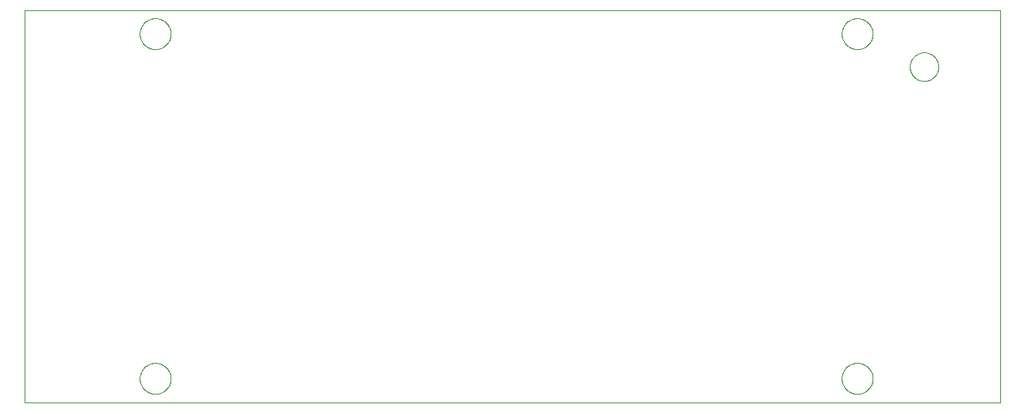
<source format=gko>
G75*
%MOIN*%
%OFA0B0*%
%FSLAX25Y25*%
%IPPOS*%
%LPD*%
%AMOC8*
5,1,8,0,0,1.08239X$1,22.5*
%
%ADD10C,0.00000*%
D10*
X0001000Y0002250D02*
X0001000Y0167250D01*
X0411000Y0167250D01*
X0411000Y0002250D01*
X0001000Y0002250D01*
X0049500Y0012250D02*
X0049502Y0012411D01*
X0049508Y0012571D01*
X0049518Y0012732D01*
X0049532Y0012892D01*
X0049550Y0013052D01*
X0049571Y0013211D01*
X0049597Y0013370D01*
X0049627Y0013528D01*
X0049660Y0013685D01*
X0049698Y0013842D01*
X0049739Y0013997D01*
X0049784Y0014151D01*
X0049833Y0014304D01*
X0049886Y0014456D01*
X0049942Y0014607D01*
X0050003Y0014756D01*
X0050066Y0014904D01*
X0050134Y0015050D01*
X0050205Y0015194D01*
X0050279Y0015336D01*
X0050357Y0015477D01*
X0050439Y0015615D01*
X0050524Y0015752D01*
X0050612Y0015886D01*
X0050704Y0016018D01*
X0050799Y0016148D01*
X0050897Y0016276D01*
X0050998Y0016401D01*
X0051102Y0016523D01*
X0051209Y0016643D01*
X0051319Y0016760D01*
X0051432Y0016875D01*
X0051548Y0016986D01*
X0051667Y0017095D01*
X0051788Y0017200D01*
X0051912Y0017303D01*
X0052038Y0017403D01*
X0052166Y0017499D01*
X0052297Y0017592D01*
X0052431Y0017682D01*
X0052566Y0017769D01*
X0052704Y0017852D01*
X0052843Y0017932D01*
X0052985Y0018008D01*
X0053128Y0018081D01*
X0053273Y0018150D01*
X0053420Y0018216D01*
X0053568Y0018278D01*
X0053718Y0018336D01*
X0053869Y0018391D01*
X0054022Y0018442D01*
X0054176Y0018489D01*
X0054331Y0018532D01*
X0054487Y0018571D01*
X0054643Y0018607D01*
X0054801Y0018638D01*
X0054959Y0018666D01*
X0055118Y0018690D01*
X0055278Y0018710D01*
X0055438Y0018726D01*
X0055598Y0018738D01*
X0055759Y0018746D01*
X0055920Y0018750D01*
X0056080Y0018750D01*
X0056241Y0018746D01*
X0056402Y0018738D01*
X0056562Y0018726D01*
X0056722Y0018710D01*
X0056882Y0018690D01*
X0057041Y0018666D01*
X0057199Y0018638D01*
X0057357Y0018607D01*
X0057513Y0018571D01*
X0057669Y0018532D01*
X0057824Y0018489D01*
X0057978Y0018442D01*
X0058131Y0018391D01*
X0058282Y0018336D01*
X0058432Y0018278D01*
X0058580Y0018216D01*
X0058727Y0018150D01*
X0058872Y0018081D01*
X0059015Y0018008D01*
X0059157Y0017932D01*
X0059296Y0017852D01*
X0059434Y0017769D01*
X0059569Y0017682D01*
X0059703Y0017592D01*
X0059834Y0017499D01*
X0059962Y0017403D01*
X0060088Y0017303D01*
X0060212Y0017200D01*
X0060333Y0017095D01*
X0060452Y0016986D01*
X0060568Y0016875D01*
X0060681Y0016760D01*
X0060791Y0016643D01*
X0060898Y0016523D01*
X0061002Y0016401D01*
X0061103Y0016276D01*
X0061201Y0016148D01*
X0061296Y0016018D01*
X0061388Y0015886D01*
X0061476Y0015752D01*
X0061561Y0015615D01*
X0061643Y0015477D01*
X0061721Y0015336D01*
X0061795Y0015194D01*
X0061866Y0015050D01*
X0061934Y0014904D01*
X0061997Y0014756D01*
X0062058Y0014607D01*
X0062114Y0014456D01*
X0062167Y0014304D01*
X0062216Y0014151D01*
X0062261Y0013997D01*
X0062302Y0013842D01*
X0062340Y0013685D01*
X0062373Y0013528D01*
X0062403Y0013370D01*
X0062429Y0013211D01*
X0062450Y0013052D01*
X0062468Y0012892D01*
X0062482Y0012732D01*
X0062492Y0012571D01*
X0062498Y0012411D01*
X0062500Y0012250D01*
X0062498Y0012089D01*
X0062492Y0011929D01*
X0062482Y0011768D01*
X0062468Y0011608D01*
X0062450Y0011448D01*
X0062429Y0011289D01*
X0062403Y0011130D01*
X0062373Y0010972D01*
X0062340Y0010815D01*
X0062302Y0010658D01*
X0062261Y0010503D01*
X0062216Y0010349D01*
X0062167Y0010196D01*
X0062114Y0010044D01*
X0062058Y0009893D01*
X0061997Y0009744D01*
X0061934Y0009596D01*
X0061866Y0009450D01*
X0061795Y0009306D01*
X0061721Y0009164D01*
X0061643Y0009023D01*
X0061561Y0008885D01*
X0061476Y0008748D01*
X0061388Y0008614D01*
X0061296Y0008482D01*
X0061201Y0008352D01*
X0061103Y0008224D01*
X0061002Y0008099D01*
X0060898Y0007977D01*
X0060791Y0007857D01*
X0060681Y0007740D01*
X0060568Y0007625D01*
X0060452Y0007514D01*
X0060333Y0007405D01*
X0060212Y0007300D01*
X0060088Y0007197D01*
X0059962Y0007097D01*
X0059834Y0007001D01*
X0059703Y0006908D01*
X0059569Y0006818D01*
X0059434Y0006731D01*
X0059296Y0006648D01*
X0059157Y0006568D01*
X0059015Y0006492D01*
X0058872Y0006419D01*
X0058727Y0006350D01*
X0058580Y0006284D01*
X0058432Y0006222D01*
X0058282Y0006164D01*
X0058131Y0006109D01*
X0057978Y0006058D01*
X0057824Y0006011D01*
X0057669Y0005968D01*
X0057513Y0005929D01*
X0057357Y0005893D01*
X0057199Y0005862D01*
X0057041Y0005834D01*
X0056882Y0005810D01*
X0056722Y0005790D01*
X0056562Y0005774D01*
X0056402Y0005762D01*
X0056241Y0005754D01*
X0056080Y0005750D01*
X0055920Y0005750D01*
X0055759Y0005754D01*
X0055598Y0005762D01*
X0055438Y0005774D01*
X0055278Y0005790D01*
X0055118Y0005810D01*
X0054959Y0005834D01*
X0054801Y0005862D01*
X0054643Y0005893D01*
X0054487Y0005929D01*
X0054331Y0005968D01*
X0054176Y0006011D01*
X0054022Y0006058D01*
X0053869Y0006109D01*
X0053718Y0006164D01*
X0053568Y0006222D01*
X0053420Y0006284D01*
X0053273Y0006350D01*
X0053128Y0006419D01*
X0052985Y0006492D01*
X0052843Y0006568D01*
X0052704Y0006648D01*
X0052566Y0006731D01*
X0052431Y0006818D01*
X0052297Y0006908D01*
X0052166Y0007001D01*
X0052038Y0007097D01*
X0051912Y0007197D01*
X0051788Y0007300D01*
X0051667Y0007405D01*
X0051548Y0007514D01*
X0051432Y0007625D01*
X0051319Y0007740D01*
X0051209Y0007857D01*
X0051102Y0007977D01*
X0050998Y0008099D01*
X0050897Y0008224D01*
X0050799Y0008352D01*
X0050704Y0008482D01*
X0050612Y0008614D01*
X0050524Y0008748D01*
X0050439Y0008885D01*
X0050357Y0009023D01*
X0050279Y0009164D01*
X0050205Y0009306D01*
X0050134Y0009450D01*
X0050066Y0009596D01*
X0050003Y0009744D01*
X0049942Y0009893D01*
X0049886Y0010044D01*
X0049833Y0010196D01*
X0049784Y0010349D01*
X0049739Y0010503D01*
X0049698Y0010658D01*
X0049660Y0010815D01*
X0049627Y0010972D01*
X0049597Y0011130D01*
X0049571Y0011289D01*
X0049550Y0011448D01*
X0049532Y0011608D01*
X0049518Y0011768D01*
X0049508Y0011929D01*
X0049502Y0012089D01*
X0049500Y0012250D01*
X0344500Y0012250D02*
X0344502Y0012411D01*
X0344508Y0012571D01*
X0344518Y0012732D01*
X0344532Y0012892D01*
X0344550Y0013052D01*
X0344571Y0013211D01*
X0344597Y0013370D01*
X0344627Y0013528D01*
X0344660Y0013685D01*
X0344698Y0013842D01*
X0344739Y0013997D01*
X0344784Y0014151D01*
X0344833Y0014304D01*
X0344886Y0014456D01*
X0344942Y0014607D01*
X0345003Y0014756D01*
X0345066Y0014904D01*
X0345134Y0015050D01*
X0345205Y0015194D01*
X0345279Y0015336D01*
X0345357Y0015477D01*
X0345439Y0015615D01*
X0345524Y0015752D01*
X0345612Y0015886D01*
X0345704Y0016018D01*
X0345799Y0016148D01*
X0345897Y0016276D01*
X0345998Y0016401D01*
X0346102Y0016523D01*
X0346209Y0016643D01*
X0346319Y0016760D01*
X0346432Y0016875D01*
X0346548Y0016986D01*
X0346667Y0017095D01*
X0346788Y0017200D01*
X0346912Y0017303D01*
X0347038Y0017403D01*
X0347166Y0017499D01*
X0347297Y0017592D01*
X0347431Y0017682D01*
X0347566Y0017769D01*
X0347704Y0017852D01*
X0347843Y0017932D01*
X0347985Y0018008D01*
X0348128Y0018081D01*
X0348273Y0018150D01*
X0348420Y0018216D01*
X0348568Y0018278D01*
X0348718Y0018336D01*
X0348869Y0018391D01*
X0349022Y0018442D01*
X0349176Y0018489D01*
X0349331Y0018532D01*
X0349487Y0018571D01*
X0349643Y0018607D01*
X0349801Y0018638D01*
X0349959Y0018666D01*
X0350118Y0018690D01*
X0350278Y0018710D01*
X0350438Y0018726D01*
X0350598Y0018738D01*
X0350759Y0018746D01*
X0350920Y0018750D01*
X0351080Y0018750D01*
X0351241Y0018746D01*
X0351402Y0018738D01*
X0351562Y0018726D01*
X0351722Y0018710D01*
X0351882Y0018690D01*
X0352041Y0018666D01*
X0352199Y0018638D01*
X0352357Y0018607D01*
X0352513Y0018571D01*
X0352669Y0018532D01*
X0352824Y0018489D01*
X0352978Y0018442D01*
X0353131Y0018391D01*
X0353282Y0018336D01*
X0353432Y0018278D01*
X0353580Y0018216D01*
X0353727Y0018150D01*
X0353872Y0018081D01*
X0354015Y0018008D01*
X0354157Y0017932D01*
X0354296Y0017852D01*
X0354434Y0017769D01*
X0354569Y0017682D01*
X0354703Y0017592D01*
X0354834Y0017499D01*
X0354962Y0017403D01*
X0355088Y0017303D01*
X0355212Y0017200D01*
X0355333Y0017095D01*
X0355452Y0016986D01*
X0355568Y0016875D01*
X0355681Y0016760D01*
X0355791Y0016643D01*
X0355898Y0016523D01*
X0356002Y0016401D01*
X0356103Y0016276D01*
X0356201Y0016148D01*
X0356296Y0016018D01*
X0356388Y0015886D01*
X0356476Y0015752D01*
X0356561Y0015615D01*
X0356643Y0015477D01*
X0356721Y0015336D01*
X0356795Y0015194D01*
X0356866Y0015050D01*
X0356934Y0014904D01*
X0356997Y0014756D01*
X0357058Y0014607D01*
X0357114Y0014456D01*
X0357167Y0014304D01*
X0357216Y0014151D01*
X0357261Y0013997D01*
X0357302Y0013842D01*
X0357340Y0013685D01*
X0357373Y0013528D01*
X0357403Y0013370D01*
X0357429Y0013211D01*
X0357450Y0013052D01*
X0357468Y0012892D01*
X0357482Y0012732D01*
X0357492Y0012571D01*
X0357498Y0012411D01*
X0357500Y0012250D01*
X0357498Y0012089D01*
X0357492Y0011929D01*
X0357482Y0011768D01*
X0357468Y0011608D01*
X0357450Y0011448D01*
X0357429Y0011289D01*
X0357403Y0011130D01*
X0357373Y0010972D01*
X0357340Y0010815D01*
X0357302Y0010658D01*
X0357261Y0010503D01*
X0357216Y0010349D01*
X0357167Y0010196D01*
X0357114Y0010044D01*
X0357058Y0009893D01*
X0356997Y0009744D01*
X0356934Y0009596D01*
X0356866Y0009450D01*
X0356795Y0009306D01*
X0356721Y0009164D01*
X0356643Y0009023D01*
X0356561Y0008885D01*
X0356476Y0008748D01*
X0356388Y0008614D01*
X0356296Y0008482D01*
X0356201Y0008352D01*
X0356103Y0008224D01*
X0356002Y0008099D01*
X0355898Y0007977D01*
X0355791Y0007857D01*
X0355681Y0007740D01*
X0355568Y0007625D01*
X0355452Y0007514D01*
X0355333Y0007405D01*
X0355212Y0007300D01*
X0355088Y0007197D01*
X0354962Y0007097D01*
X0354834Y0007001D01*
X0354703Y0006908D01*
X0354569Y0006818D01*
X0354434Y0006731D01*
X0354296Y0006648D01*
X0354157Y0006568D01*
X0354015Y0006492D01*
X0353872Y0006419D01*
X0353727Y0006350D01*
X0353580Y0006284D01*
X0353432Y0006222D01*
X0353282Y0006164D01*
X0353131Y0006109D01*
X0352978Y0006058D01*
X0352824Y0006011D01*
X0352669Y0005968D01*
X0352513Y0005929D01*
X0352357Y0005893D01*
X0352199Y0005862D01*
X0352041Y0005834D01*
X0351882Y0005810D01*
X0351722Y0005790D01*
X0351562Y0005774D01*
X0351402Y0005762D01*
X0351241Y0005754D01*
X0351080Y0005750D01*
X0350920Y0005750D01*
X0350759Y0005754D01*
X0350598Y0005762D01*
X0350438Y0005774D01*
X0350278Y0005790D01*
X0350118Y0005810D01*
X0349959Y0005834D01*
X0349801Y0005862D01*
X0349643Y0005893D01*
X0349487Y0005929D01*
X0349331Y0005968D01*
X0349176Y0006011D01*
X0349022Y0006058D01*
X0348869Y0006109D01*
X0348718Y0006164D01*
X0348568Y0006222D01*
X0348420Y0006284D01*
X0348273Y0006350D01*
X0348128Y0006419D01*
X0347985Y0006492D01*
X0347843Y0006568D01*
X0347704Y0006648D01*
X0347566Y0006731D01*
X0347431Y0006818D01*
X0347297Y0006908D01*
X0347166Y0007001D01*
X0347038Y0007097D01*
X0346912Y0007197D01*
X0346788Y0007300D01*
X0346667Y0007405D01*
X0346548Y0007514D01*
X0346432Y0007625D01*
X0346319Y0007740D01*
X0346209Y0007857D01*
X0346102Y0007977D01*
X0345998Y0008099D01*
X0345897Y0008224D01*
X0345799Y0008352D01*
X0345704Y0008482D01*
X0345612Y0008614D01*
X0345524Y0008748D01*
X0345439Y0008885D01*
X0345357Y0009023D01*
X0345279Y0009164D01*
X0345205Y0009306D01*
X0345134Y0009450D01*
X0345066Y0009596D01*
X0345003Y0009744D01*
X0344942Y0009893D01*
X0344886Y0010044D01*
X0344833Y0010196D01*
X0344784Y0010349D01*
X0344739Y0010503D01*
X0344698Y0010658D01*
X0344660Y0010815D01*
X0344627Y0010972D01*
X0344597Y0011130D01*
X0344571Y0011289D01*
X0344550Y0011448D01*
X0344532Y0011608D01*
X0344518Y0011768D01*
X0344508Y0011929D01*
X0344502Y0012089D01*
X0344500Y0012250D01*
X0373106Y0143392D02*
X0373108Y0143547D01*
X0373114Y0143701D01*
X0373124Y0143855D01*
X0373138Y0144009D01*
X0373156Y0144163D01*
X0373178Y0144316D01*
X0373203Y0144468D01*
X0373233Y0144620D01*
X0373267Y0144771D01*
X0373304Y0144921D01*
X0373345Y0145070D01*
X0373390Y0145218D01*
X0373439Y0145365D01*
X0373492Y0145510D01*
X0373548Y0145654D01*
X0373608Y0145796D01*
X0373672Y0145937D01*
X0373739Y0146076D01*
X0373810Y0146214D01*
X0373885Y0146349D01*
X0373963Y0146483D01*
X0374044Y0146614D01*
X0374129Y0146744D01*
X0374217Y0146871D01*
X0374308Y0146996D01*
X0374402Y0147118D01*
X0374500Y0147238D01*
X0374600Y0147356D01*
X0374704Y0147470D01*
X0374810Y0147582D01*
X0374920Y0147692D01*
X0375032Y0147798D01*
X0375146Y0147902D01*
X0375264Y0148002D01*
X0375384Y0148100D01*
X0375506Y0148194D01*
X0375631Y0148285D01*
X0375758Y0148373D01*
X0375888Y0148458D01*
X0376019Y0148539D01*
X0376153Y0148617D01*
X0376288Y0148692D01*
X0376426Y0148763D01*
X0376565Y0148830D01*
X0376706Y0148894D01*
X0376848Y0148954D01*
X0376992Y0149010D01*
X0377137Y0149063D01*
X0377284Y0149112D01*
X0377432Y0149157D01*
X0377581Y0149198D01*
X0377731Y0149235D01*
X0377882Y0149269D01*
X0378034Y0149299D01*
X0378186Y0149324D01*
X0378339Y0149346D01*
X0378493Y0149364D01*
X0378647Y0149378D01*
X0378801Y0149388D01*
X0378955Y0149394D01*
X0379110Y0149396D01*
X0379265Y0149394D01*
X0379419Y0149388D01*
X0379573Y0149378D01*
X0379727Y0149364D01*
X0379881Y0149346D01*
X0380034Y0149324D01*
X0380186Y0149299D01*
X0380338Y0149269D01*
X0380489Y0149235D01*
X0380639Y0149198D01*
X0380788Y0149157D01*
X0380936Y0149112D01*
X0381083Y0149063D01*
X0381228Y0149010D01*
X0381372Y0148954D01*
X0381514Y0148894D01*
X0381655Y0148830D01*
X0381794Y0148763D01*
X0381932Y0148692D01*
X0382067Y0148617D01*
X0382201Y0148539D01*
X0382332Y0148458D01*
X0382462Y0148373D01*
X0382589Y0148285D01*
X0382714Y0148194D01*
X0382836Y0148100D01*
X0382956Y0148002D01*
X0383074Y0147902D01*
X0383188Y0147798D01*
X0383300Y0147692D01*
X0383410Y0147582D01*
X0383516Y0147470D01*
X0383620Y0147356D01*
X0383720Y0147238D01*
X0383818Y0147118D01*
X0383912Y0146996D01*
X0384003Y0146871D01*
X0384091Y0146744D01*
X0384176Y0146614D01*
X0384257Y0146483D01*
X0384335Y0146349D01*
X0384410Y0146214D01*
X0384481Y0146076D01*
X0384548Y0145937D01*
X0384612Y0145796D01*
X0384672Y0145654D01*
X0384728Y0145510D01*
X0384781Y0145365D01*
X0384830Y0145218D01*
X0384875Y0145070D01*
X0384916Y0144921D01*
X0384953Y0144771D01*
X0384987Y0144620D01*
X0385017Y0144468D01*
X0385042Y0144316D01*
X0385064Y0144163D01*
X0385082Y0144009D01*
X0385096Y0143855D01*
X0385106Y0143701D01*
X0385112Y0143547D01*
X0385114Y0143392D01*
X0385112Y0143237D01*
X0385106Y0143083D01*
X0385096Y0142929D01*
X0385082Y0142775D01*
X0385064Y0142621D01*
X0385042Y0142468D01*
X0385017Y0142316D01*
X0384987Y0142164D01*
X0384953Y0142013D01*
X0384916Y0141863D01*
X0384875Y0141714D01*
X0384830Y0141566D01*
X0384781Y0141419D01*
X0384728Y0141274D01*
X0384672Y0141130D01*
X0384612Y0140988D01*
X0384548Y0140847D01*
X0384481Y0140708D01*
X0384410Y0140570D01*
X0384335Y0140435D01*
X0384257Y0140301D01*
X0384176Y0140170D01*
X0384091Y0140040D01*
X0384003Y0139913D01*
X0383912Y0139788D01*
X0383818Y0139666D01*
X0383720Y0139546D01*
X0383620Y0139428D01*
X0383516Y0139314D01*
X0383410Y0139202D01*
X0383300Y0139092D01*
X0383188Y0138986D01*
X0383074Y0138882D01*
X0382956Y0138782D01*
X0382836Y0138684D01*
X0382714Y0138590D01*
X0382589Y0138499D01*
X0382462Y0138411D01*
X0382332Y0138326D01*
X0382201Y0138245D01*
X0382067Y0138167D01*
X0381932Y0138092D01*
X0381794Y0138021D01*
X0381655Y0137954D01*
X0381514Y0137890D01*
X0381372Y0137830D01*
X0381228Y0137774D01*
X0381083Y0137721D01*
X0380936Y0137672D01*
X0380788Y0137627D01*
X0380639Y0137586D01*
X0380489Y0137549D01*
X0380338Y0137515D01*
X0380186Y0137485D01*
X0380034Y0137460D01*
X0379881Y0137438D01*
X0379727Y0137420D01*
X0379573Y0137406D01*
X0379419Y0137396D01*
X0379265Y0137390D01*
X0379110Y0137388D01*
X0378955Y0137390D01*
X0378801Y0137396D01*
X0378647Y0137406D01*
X0378493Y0137420D01*
X0378339Y0137438D01*
X0378186Y0137460D01*
X0378034Y0137485D01*
X0377882Y0137515D01*
X0377731Y0137549D01*
X0377581Y0137586D01*
X0377432Y0137627D01*
X0377284Y0137672D01*
X0377137Y0137721D01*
X0376992Y0137774D01*
X0376848Y0137830D01*
X0376706Y0137890D01*
X0376565Y0137954D01*
X0376426Y0138021D01*
X0376288Y0138092D01*
X0376153Y0138167D01*
X0376019Y0138245D01*
X0375888Y0138326D01*
X0375758Y0138411D01*
X0375631Y0138499D01*
X0375506Y0138590D01*
X0375384Y0138684D01*
X0375264Y0138782D01*
X0375146Y0138882D01*
X0375032Y0138986D01*
X0374920Y0139092D01*
X0374810Y0139202D01*
X0374704Y0139314D01*
X0374600Y0139428D01*
X0374500Y0139546D01*
X0374402Y0139666D01*
X0374308Y0139788D01*
X0374217Y0139913D01*
X0374129Y0140040D01*
X0374044Y0140170D01*
X0373963Y0140301D01*
X0373885Y0140435D01*
X0373810Y0140570D01*
X0373739Y0140708D01*
X0373672Y0140847D01*
X0373608Y0140988D01*
X0373548Y0141130D01*
X0373492Y0141274D01*
X0373439Y0141419D01*
X0373390Y0141566D01*
X0373345Y0141714D01*
X0373304Y0141863D01*
X0373267Y0142013D01*
X0373233Y0142164D01*
X0373203Y0142316D01*
X0373178Y0142468D01*
X0373156Y0142621D01*
X0373138Y0142775D01*
X0373124Y0142929D01*
X0373114Y0143083D01*
X0373108Y0143237D01*
X0373106Y0143392D01*
X0344500Y0157250D02*
X0344502Y0157411D01*
X0344508Y0157571D01*
X0344518Y0157732D01*
X0344532Y0157892D01*
X0344550Y0158052D01*
X0344571Y0158211D01*
X0344597Y0158370D01*
X0344627Y0158528D01*
X0344660Y0158685D01*
X0344698Y0158842D01*
X0344739Y0158997D01*
X0344784Y0159151D01*
X0344833Y0159304D01*
X0344886Y0159456D01*
X0344942Y0159607D01*
X0345003Y0159756D01*
X0345066Y0159904D01*
X0345134Y0160050D01*
X0345205Y0160194D01*
X0345279Y0160336D01*
X0345357Y0160477D01*
X0345439Y0160615D01*
X0345524Y0160752D01*
X0345612Y0160886D01*
X0345704Y0161018D01*
X0345799Y0161148D01*
X0345897Y0161276D01*
X0345998Y0161401D01*
X0346102Y0161523D01*
X0346209Y0161643D01*
X0346319Y0161760D01*
X0346432Y0161875D01*
X0346548Y0161986D01*
X0346667Y0162095D01*
X0346788Y0162200D01*
X0346912Y0162303D01*
X0347038Y0162403D01*
X0347166Y0162499D01*
X0347297Y0162592D01*
X0347431Y0162682D01*
X0347566Y0162769D01*
X0347704Y0162852D01*
X0347843Y0162932D01*
X0347985Y0163008D01*
X0348128Y0163081D01*
X0348273Y0163150D01*
X0348420Y0163216D01*
X0348568Y0163278D01*
X0348718Y0163336D01*
X0348869Y0163391D01*
X0349022Y0163442D01*
X0349176Y0163489D01*
X0349331Y0163532D01*
X0349487Y0163571D01*
X0349643Y0163607D01*
X0349801Y0163638D01*
X0349959Y0163666D01*
X0350118Y0163690D01*
X0350278Y0163710D01*
X0350438Y0163726D01*
X0350598Y0163738D01*
X0350759Y0163746D01*
X0350920Y0163750D01*
X0351080Y0163750D01*
X0351241Y0163746D01*
X0351402Y0163738D01*
X0351562Y0163726D01*
X0351722Y0163710D01*
X0351882Y0163690D01*
X0352041Y0163666D01*
X0352199Y0163638D01*
X0352357Y0163607D01*
X0352513Y0163571D01*
X0352669Y0163532D01*
X0352824Y0163489D01*
X0352978Y0163442D01*
X0353131Y0163391D01*
X0353282Y0163336D01*
X0353432Y0163278D01*
X0353580Y0163216D01*
X0353727Y0163150D01*
X0353872Y0163081D01*
X0354015Y0163008D01*
X0354157Y0162932D01*
X0354296Y0162852D01*
X0354434Y0162769D01*
X0354569Y0162682D01*
X0354703Y0162592D01*
X0354834Y0162499D01*
X0354962Y0162403D01*
X0355088Y0162303D01*
X0355212Y0162200D01*
X0355333Y0162095D01*
X0355452Y0161986D01*
X0355568Y0161875D01*
X0355681Y0161760D01*
X0355791Y0161643D01*
X0355898Y0161523D01*
X0356002Y0161401D01*
X0356103Y0161276D01*
X0356201Y0161148D01*
X0356296Y0161018D01*
X0356388Y0160886D01*
X0356476Y0160752D01*
X0356561Y0160615D01*
X0356643Y0160477D01*
X0356721Y0160336D01*
X0356795Y0160194D01*
X0356866Y0160050D01*
X0356934Y0159904D01*
X0356997Y0159756D01*
X0357058Y0159607D01*
X0357114Y0159456D01*
X0357167Y0159304D01*
X0357216Y0159151D01*
X0357261Y0158997D01*
X0357302Y0158842D01*
X0357340Y0158685D01*
X0357373Y0158528D01*
X0357403Y0158370D01*
X0357429Y0158211D01*
X0357450Y0158052D01*
X0357468Y0157892D01*
X0357482Y0157732D01*
X0357492Y0157571D01*
X0357498Y0157411D01*
X0357500Y0157250D01*
X0357498Y0157089D01*
X0357492Y0156929D01*
X0357482Y0156768D01*
X0357468Y0156608D01*
X0357450Y0156448D01*
X0357429Y0156289D01*
X0357403Y0156130D01*
X0357373Y0155972D01*
X0357340Y0155815D01*
X0357302Y0155658D01*
X0357261Y0155503D01*
X0357216Y0155349D01*
X0357167Y0155196D01*
X0357114Y0155044D01*
X0357058Y0154893D01*
X0356997Y0154744D01*
X0356934Y0154596D01*
X0356866Y0154450D01*
X0356795Y0154306D01*
X0356721Y0154164D01*
X0356643Y0154023D01*
X0356561Y0153885D01*
X0356476Y0153748D01*
X0356388Y0153614D01*
X0356296Y0153482D01*
X0356201Y0153352D01*
X0356103Y0153224D01*
X0356002Y0153099D01*
X0355898Y0152977D01*
X0355791Y0152857D01*
X0355681Y0152740D01*
X0355568Y0152625D01*
X0355452Y0152514D01*
X0355333Y0152405D01*
X0355212Y0152300D01*
X0355088Y0152197D01*
X0354962Y0152097D01*
X0354834Y0152001D01*
X0354703Y0151908D01*
X0354569Y0151818D01*
X0354434Y0151731D01*
X0354296Y0151648D01*
X0354157Y0151568D01*
X0354015Y0151492D01*
X0353872Y0151419D01*
X0353727Y0151350D01*
X0353580Y0151284D01*
X0353432Y0151222D01*
X0353282Y0151164D01*
X0353131Y0151109D01*
X0352978Y0151058D01*
X0352824Y0151011D01*
X0352669Y0150968D01*
X0352513Y0150929D01*
X0352357Y0150893D01*
X0352199Y0150862D01*
X0352041Y0150834D01*
X0351882Y0150810D01*
X0351722Y0150790D01*
X0351562Y0150774D01*
X0351402Y0150762D01*
X0351241Y0150754D01*
X0351080Y0150750D01*
X0350920Y0150750D01*
X0350759Y0150754D01*
X0350598Y0150762D01*
X0350438Y0150774D01*
X0350278Y0150790D01*
X0350118Y0150810D01*
X0349959Y0150834D01*
X0349801Y0150862D01*
X0349643Y0150893D01*
X0349487Y0150929D01*
X0349331Y0150968D01*
X0349176Y0151011D01*
X0349022Y0151058D01*
X0348869Y0151109D01*
X0348718Y0151164D01*
X0348568Y0151222D01*
X0348420Y0151284D01*
X0348273Y0151350D01*
X0348128Y0151419D01*
X0347985Y0151492D01*
X0347843Y0151568D01*
X0347704Y0151648D01*
X0347566Y0151731D01*
X0347431Y0151818D01*
X0347297Y0151908D01*
X0347166Y0152001D01*
X0347038Y0152097D01*
X0346912Y0152197D01*
X0346788Y0152300D01*
X0346667Y0152405D01*
X0346548Y0152514D01*
X0346432Y0152625D01*
X0346319Y0152740D01*
X0346209Y0152857D01*
X0346102Y0152977D01*
X0345998Y0153099D01*
X0345897Y0153224D01*
X0345799Y0153352D01*
X0345704Y0153482D01*
X0345612Y0153614D01*
X0345524Y0153748D01*
X0345439Y0153885D01*
X0345357Y0154023D01*
X0345279Y0154164D01*
X0345205Y0154306D01*
X0345134Y0154450D01*
X0345066Y0154596D01*
X0345003Y0154744D01*
X0344942Y0154893D01*
X0344886Y0155044D01*
X0344833Y0155196D01*
X0344784Y0155349D01*
X0344739Y0155503D01*
X0344698Y0155658D01*
X0344660Y0155815D01*
X0344627Y0155972D01*
X0344597Y0156130D01*
X0344571Y0156289D01*
X0344550Y0156448D01*
X0344532Y0156608D01*
X0344518Y0156768D01*
X0344508Y0156929D01*
X0344502Y0157089D01*
X0344500Y0157250D01*
X0049500Y0157250D02*
X0049502Y0157411D01*
X0049508Y0157571D01*
X0049518Y0157732D01*
X0049532Y0157892D01*
X0049550Y0158052D01*
X0049571Y0158211D01*
X0049597Y0158370D01*
X0049627Y0158528D01*
X0049660Y0158685D01*
X0049698Y0158842D01*
X0049739Y0158997D01*
X0049784Y0159151D01*
X0049833Y0159304D01*
X0049886Y0159456D01*
X0049942Y0159607D01*
X0050003Y0159756D01*
X0050066Y0159904D01*
X0050134Y0160050D01*
X0050205Y0160194D01*
X0050279Y0160336D01*
X0050357Y0160477D01*
X0050439Y0160615D01*
X0050524Y0160752D01*
X0050612Y0160886D01*
X0050704Y0161018D01*
X0050799Y0161148D01*
X0050897Y0161276D01*
X0050998Y0161401D01*
X0051102Y0161523D01*
X0051209Y0161643D01*
X0051319Y0161760D01*
X0051432Y0161875D01*
X0051548Y0161986D01*
X0051667Y0162095D01*
X0051788Y0162200D01*
X0051912Y0162303D01*
X0052038Y0162403D01*
X0052166Y0162499D01*
X0052297Y0162592D01*
X0052431Y0162682D01*
X0052566Y0162769D01*
X0052704Y0162852D01*
X0052843Y0162932D01*
X0052985Y0163008D01*
X0053128Y0163081D01*
X0053273Y0163150D01*
X0053420Y0163216D01*
X0053568Y0163278D01*
X0053718Y0163336D01*
X0053869Y0163391D01*
X0054022Y0163442D01*
X0054176Y0163489D01*
X0054331Y0163532D01*
X0054487Y0163571D01*
X0054643Y0163607D01*
X0054801Y0163638D01*
X0054959Y0163666D01*
X0055118Y0163690D01*
X0055278Y0163710D01*
X0055438Y0163726D01*
X0055598Y0163738D01*
X0055759Y0163746D01*
X0055920Y0163750D01*
X0056080Y0163750D01*
X0056241Y0163746D01*
X0056402Y0163738D01*
X0056562Y0163726D01*
X0056722Y0163710D01*
X0056882Y0163690D01*
X0057041Y0163666D01*
X0057199Y0163638D01*
X0057357Y0163607D01*
X0057513Y0163571D01*
X0057669Y0163532D01*
X0057824Y0163489D01*
X0057978Y0163442D01*
X0058131Y0163391D01*
X0058282Y0163336D01*
X0058432Y0163278D01*
X0058580Y0163216D01*
X0058727Y0163150D01*
X0058872Y0163081D01*
X0059015Y0163008D01*
X0059157Y0162932D01*
X0059296Y0162852D01*
X0059434Y0162769D01*
X0059569Y0162682D01*
X0059703Y0162592D01*
X0059834Y0162499D01*
X0059962Y0162403D01*
X0060088Y0162303D01*
X0060212Y0162200D01*
X0060333Y0162095D01*
X0060452Y0161986D01*
X0060568Y0161875D01*
X0060681Y0161760D01*
X0060791Y0161643D01*
X0060898Y0161523D01*
X0061002Y0161401D01*
X0061103Y0161276D01*
X0061201Y0161148D01*
X0061296Y0161018D01*
X0061388Y0160886D01*
X0061476Y0160752D01*
X0061561Y0160615D01*
X0061643Y0160477D01*
X0061721Y0160336D01*
X0061795Y0160194D01*
X0061866Y0160050D01*
X0061934Y0159904D01*
X0061997Y0159756D01*
X0062058Y0159607D01*
X0062114Y0159456D01*
X0062167Y0159304D01*
X0062216Y0159151D01*
X0062261Y0158997D01*
X0062302Y0158842D01*
X0062340Y0158685D01*
X0062373Y0158528D01*
X0062403Y0158370D01*
X0062429Y0158211D01*
X0062450Y0158052D01*
X0062468Y0157892D01*
X0062482Y0157732D01*
X0062492Y0157571D01*
X0062498Y0157411D01*
X0062500Y0157250D01*
X0062498Y0157089D01*
X0062492Y0156929D01*
X0062482Y0156768D01*
X0062468Y0156608D01*
X0062450Y0156448D01*
X0062429Y0156289D01*
X0062403Y0156130D01*
X0062373Y0155972D01*
X0062340Y0155815D01*
X0062302Y0155658D01*
X0062261Y0155503D01*
X0062216Y0155349D01*
X0062167Y0155196D01*
X0062114Y0155044D01*
X0062058Y0154893D01*
X0061997Y0154744D01*
X0061934Y0154596D01*
X0061866Y0154450D01*
X0061795Y0154306D01*
X0061721Y0154164D01*
X0061643Y0154023D01*
X0061561Y0153885D01*
X0061476Y0153748D01*
X0061388Y0153614D01*
X0061296Y0153482D01*
X0061201Y0153352D01*
X0061103Y0153224D01*
X0061002Y0153099D01*
X0060898Y0152977D01*
X0060791Y0152857D01*
X0060681Y0152740D01*
X0060568Y0152625D01*
X0060452Y0152514D01*
X0060333Y0152405D01*
X0060212Y0152300D01*
X0060088Y0152197D01*
X0059962Y0152097D01*
X0059834Y0152001D01*
X0059703Y0151908D01*
X0059569Y0151818D01*
X0059434Y0151731D01*
X0059296Y0151648D01*
X0059157Y0151568D01*
X0059015Y0151492D01*
X0058872Y0151419D01*
X0058727Y0151350D01*
X0058580Y0151284D01*
X0058432Y0151222D01*
X0058282Y0151164D01*
X0058131Y0151109D01*
X0057978Y0151058D01*
X0057824Y0151011D01*
X0057669Y0150968D01*
X0057513Y0150929D01*
X0057357Y0150893D01*
X0057199Y0150862D01*
X0057041Y0150834D01*
X0056882Y0150810D01*
X0056722Y0150790D01*
X0056562Y0150774D01*
X0056402Y0150762D01*
X0056241Y0150754D01*
X0056080Y0150750D01*
X0055920Y0150750D01*
X0055759Y0150754D01*
X0055598Y0150762D01*
X0055438Y0150774D01*
X0055278Y0150790D01*
X0055118Y0150810D01*
X0054959Y0150834D01*
X0054801Y0150862D01*
X0054643Y0150893D01*
X0054487Y0150929D01*
X0054331Y0150968D01*
X0054176Y0151011D01*
X0054022Y0151058D01*
X0053869Y0151109D01*
X0053718Y0151164D01*
X0053568Y0151222D01*
X0053420Y0151284D01*
X0053273Y0151350D01*
X0053128Y0151419D01*
X0052985Y0151492D01*
X0052843Y0151568D01*
X0052704Y0151648D01*
X0052566Y0151731D01*
X0052431Y0151818D01*
X0052297Y0151908D01*
X0052166Y0152001D01*
X0052038Y0152097D01*
X0051912Y0152197D01*
X0051788Y0152300D01*
X0051667Y0152405D01*
X0051548Y0152514D01*
X0051432Y0152625D01*
X0051319Y0152740D01*
X0051209Y0152857D01*
X0051102Y0152977D01*
X0050998Y0153099D01*
X0050897Y0153224D01*
X0050799Y0153352D01*
X0050704Y0153482D01*
X0050612Y0153614D01*
X0050524Y0153748D01*
X0050439Y0153885D01*
X0050357Y0154023D01*
X0050279Y0154164D01*
X0050205Y0154306D01*
X0050134Y0154450D01*
X0050066Y0154596D01*
X0050003Y0154744D01*
X0049942Y0154893D01*
X0049886Y0155044D01*
X0049833Y0155196D01*
X0049784Y0155349D01*
X0049739Y0155503D01*
X0049698Y0155658D01*
X0049660Y0155815D01*
X0049627Y0155972D01*
X0049597Y0156130D01*
X0049571Y0156289D01*
X0049550Y0156448D01*
X0049532Y0156608D01*
X0049518Y0156768D01*
X0049508Y0156929D01*
X0049502Y0157089D01*
X0049500Y0157250D01*
M02*

</source>
